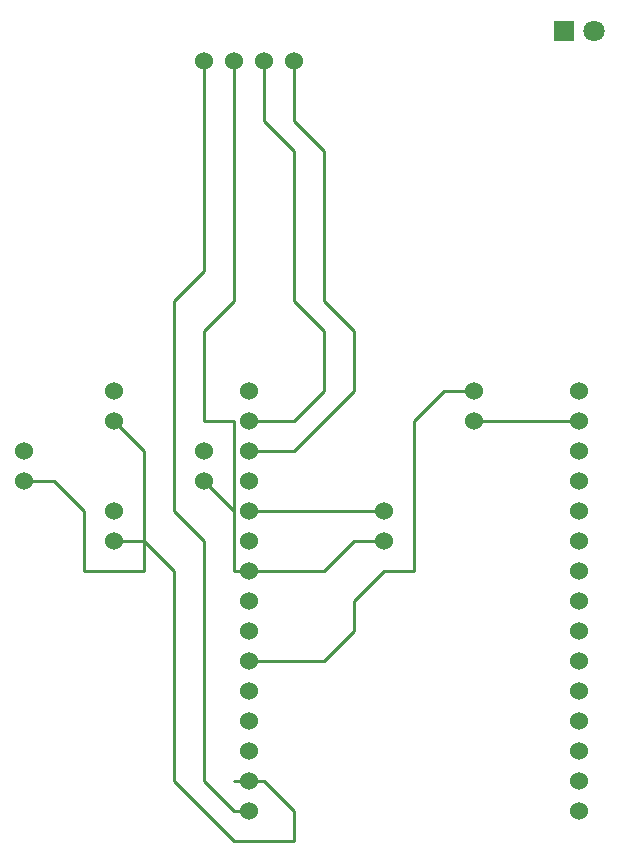
<source format=gbr>
%TF.GenerationSoftware,KiCad,Pcbnew,7.0.9+dfsg-1*%
%TF.CreationDate,2023-11-29T16:22:22+07:00*%
%TF.ProjectId,wifitools,77696669-746f-46f6-9c73-2e6b69636164,rev?*%
%TF.SameCoordinates,Original*%
%TF.FileFunction,Copper,L1,Top*%
%TF.FilePolarity,Positive*%
%FSLAX46Y46*%
G04 Gerber Fmt 4.6, Leading zero omitted, Abs format (unit mm)*
G04 Created by KiCad (PCBNEW 7.0.9+dfsg-1) date 2023-11-29 16:22:22*
%MOMM*%
%LPD*%
G01*
G04 APERTURE LIST*
%TA.AperFunction,ComponentPad*%
%ADD10C,1.524000*%
%TD*%
%TA.AperFunction,ComponentPad*%
%ADD11R,1.800000X1.800000*%
%TD*%
%TA.AperFunction,ComponentPad*%
%ADD12C,1.800000*%
%TD*%
%TA.AperFunction,Conductor*%
%ADD13C,0.250000*%
%TD*%
G04 APERTURE END LIST*
D10*
%TO.P,Display ,1*%
%TO.N,N/C*%
X137160000Y-58420000D03*
%TO.P,Display ,2*%
X139700000Y-58420000D03*
%TO.P,Display ,3*%
X142240000Y-58420000D03*
%TO.P,Display ,4*%
X144780000Y-58420000D03*
%TD*%
%TO.P,A,1*%
%TO.N,N/C*%
X160020000Y-86360000D03*
%TO.P,A,2*%
X160020000Y-88900000D03*
%TD*%
D11*
%TO.P,Senter,1*%
%TO.N,N/C*%
X167640000Y-55880000D03*
D12*
%TO.P,Senter,2*%
X170180000Y-55880000D03*
%TD*%
D10*
%TO.P,RIGHT,1*%
%TO.N,N/C*%
X137160000Y-91440000D03*
%TO.P,RIGHT,2*%
X137160000Y-93980000D03*
%TD*%
%TO.P,LEFT,1*%
%TO.N,N/C*%
X121920000Y-91440000D03*
%TO.P,LEFT,2*%
X121920000Y-93980000D03*
%TD*%
%TO.P,DOWN,1*%
%TO.N,N/C*%
X129540000Y-96520000D03*
%TO.P,DOWN,2*%
X129540000Y-99060000D03*
%TD*%
%TO.P,UP,1*%
%TO.N,N/C*%
X129540000Y-86360000D03*
%TO.P,UP,2*%
X129540000Y-88900000D03*
%TD*%
%TO.P,B,1*%
%TO.N,N/C*%
X152400000Y-96520000D03*
%TO.P,B,2*%
X152400000Y-99060000D03*
%TD*%
%TO.P,,1*%
%TO.N,N/C*%
X168910000Y-86360000D03*
%TO.P,,2*%
X168910000Y-88900000D03*
%TO.P,,3*%
X168910000Y-91440000D03*
%TO.P,,4*%
X168910000Y-93980000D03*
%TO.P,,5*%
X168910000Y-96520000D03*
%TO.P,,6*%
X168910000Y-99060000D03*
%TO.P,,7*%
X168910000Y-101600000D03*
%TO.P,,8*%
X168910000Y-104140000D03*
%TO.P,,9*%
X168910000Y-106680000D03*
%TO.P,,10*%
X168910000Y-109220000D03*
%TO.P,,11*%
X168910000Y-111760000D03*
%TO.P,,12*%
X168910000Y-114300000D03*
%TO.P,,13*%
X168910000Y-116840000D03*
%TO.P,,14*%
X168910000Y-119380000D03*
%TO.P,,15*%
X168910000Y-121920000D03*
%TO.P,,16*%
X140970000Y-121920000D03*
%TO.P,,17*%
X140970000Y-119380000D03*
%TO.P,,18*%
X140970000Y-116840000D03*
%TO.P,,19*%
X140970000Y-114300000D03*
%TO.P,,20*%
X140970000Y-111760000D03*
%TO.P,,21*%
X140970000Y-109220000D03*
%TO.P,,22*%
X140970000Y-106680000D03*
%TO.P,,23*%
X140970000Y-104140000D03*
%TO.P,,24*%
X140970000Y-101600000D03*
%TO.P,,25*%
X140970000Y-99060000D03*
%TO.P,,26*%
X140970000Y-96520000D03*
%TO.P,,27*%
X140970000Y-93980000D03*
%TO.P,,28*%
X140970000Y-91440000D03*
%TO.P,,29*%
X140970000Y-88900000D03*
%TO.P,,30*%
X140970000Y-86360000D03*
%TD*%
D13*
%TO.N,*%
X140970000Y-101600000D02*
X147320000Y-101600000D01*
X124460000Y-93980000D02*
X121920000Y-93980000D01*
X147320000Y-109220000D02*
X149860000Y-106680000D01*
X149860000Y-104140000D02*
X152400000Y-101600000D01*
X132080000Y-99060000D02*
X129540000Y-99060000D01*
X149860000Y-99060000D02*
X152400000Y-99060000D01*
X149860000Y-86360000D02*
X144780000Y-91440000D01*
X140970000Y-119380000D02*
X139700000Y-119380000D01*
X139700000Y-78740000D02*
X137160000Y-81280000D01*
X140970000Y-121920000D02*
X139700000Y-121920000D01*
X144780000Y-91440000D02*
X140970000Y-91440000D01*
X149860000Y-81280000D02*
X149860000Y-86360000D01*
X132080000Y-99060000D02*
X132080000Y-91440000D01*
X139700000Y-96520000D02*
X137160000Y-93980000D01*
X144780000Y-58420000D02*
X144780000Y-63500000D01*
X154940000Y-88900000D02*
X157480000Y-86360000D01*
X132080000Y-101600000D02*
X127000000Y-101600000D01*
X140970000Y-109220000D02*
X147320000Y-109220000D01*
X147320000Y-101600000D02*
X149860000Y-99060000D01*
X142240000Y-119380000D02*
X144780000Y-121920000D01*
X127000000Y-96520000D02*
X124460000Y-93980000D01*
X139700000Y-101600000D02*
X140970000Y-101600000D01*
X144780000Y-124460000D02*
X139700000Y-124460000D01*
X139700000Y-121920000D02*
X137160000Y-119380000D01*
X144780000Y-66040000D02*
X144780000Y-78740000D01*
X132080000Y-91440000D02*
X129540000Y-88900000D01*
X132080000Y-99060000D02*
X132080000Y-101600000D01*
X134620000Y-96520000D02*
X134620000Y-78740000D01*
X147320000Y-66040000D02*
X147320000Y-78740000D01*
X144780000Y-88900000D02*
X140970000Y-88900000D01*
X168910000Y-88900000D02*
X160020000Y-88900000D01*
X157480000Y-86360000D02*
X160020000Y-86360000D01*
X137160000Y-99060000D02*
X134620000Y-96520000D01*
X144780000Y-63500000D02*
X147320000Y-66040000D01*
X144780000Y-78740000D02*
X147320000Y-81280000D01*
X152400000Y-101600000D02*
X154940000Y-101600000D01*
X147320000Y-81280000D02*
X147320000Y-86360000D01*
X147320000Y-86360000D02*
X144780000Y-88900000D01*
X134620000Y-78740000D02*
X137160000Y-76200000D01*
X134620000Y-119380000D02*
X134620000Y-101600000D01*
X137160000Y-88900000D02*
X139700000Y-88900000D01*
X142240000Y-58420000D02*
X142240000Y-63500000D01*
X142240000Y-63500000D02*
X144780000Y-66040000D01*
X147320000Y-78740000D02*
X149860000Y-81280000D01*
X140970000Y-96520000D02*
X152400000Y-96520000D01*
X149860000Y-106680000D02*
X149860000Y-104140000D01*
X137160000Y-81280000D02*
X137160000Y-88900000D01*
X144780000Y-121920000D02*
X144780000Y-124460000D01*
X154940000Y-101600000D02*
X154940000Y-88900000D01*
X137160000Y-76200000D02*
X137160000Y-58420000D01*
X139700000Y-96520000D02*
X139700000Y-101600000D01*
X139700000Y-58420000D02*
X139700000Y-78740000D01*
X140970000Y-119380000D02*
X142240000Y-119380000D01*
X139700000Y-124460000D02*
X134620000Y-119380000D01*
X134620000Y-101600000D02*
X132080000Y-99060000D01*
X139700000Y-88900000D02*
X139700000Y-96520000D01*
X127000000Y-101600000D02*
X127000000Y-96520000D01*
X137160000Y-119380000D02*
X137160000Y-99060000D01*
%TD*%
M02*

</source>
